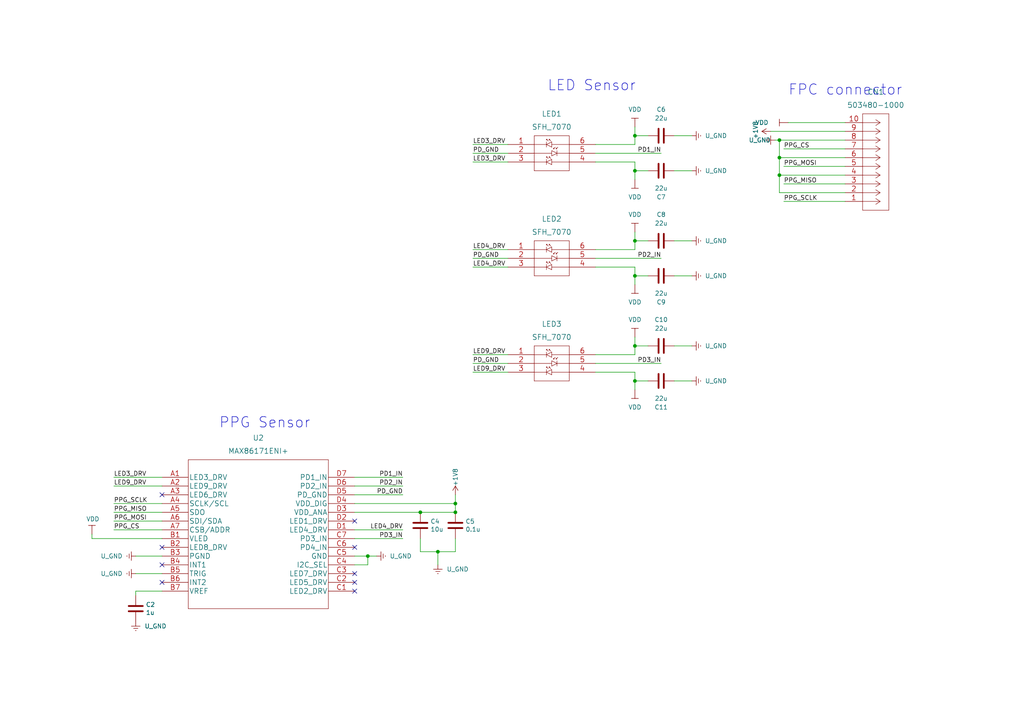
<source format=kicad_sch>
(kicad_sch (version 20211123) (generator eeschema)
  (paper "A4")
  (lib_symbols
    (symbol "Device:C" (pin_numbers hide) (pin_names (offset 0.254))
      (property "Reference" "C" (at 0.635 2.54 0))
      (property "Value" "C" (at 0.635 -2.54 0))
      (symbol "C_0_1"
        (polyline (pts (xy -2.032 -0.762) (xy 2.032 -0.762)) (stroke (width 0.508)))
        (polyline (pts (xy -2.032 0.762) (xy 2.032 0.762)) (stroke (width 0.508)))
      )
      (symbol "C_1_1"
        (pin passive line (at 0 3.81 270) (length 2.794) (name "~") (number "1"))
        (pin passive line (at 0 -3.81 90) (length 2.794) (name "~") (number "2"))
      )
    )
    (symbol "User_library:503480-1000" (pin_names (offset 0.254) hide)
      (property "Reference" "CN" (at 7.62 5.08 0))
      (property "Value" "503480-1000" (at 8.89 -27.94 0))
      (symbol "503480-1000_1_1"
        (polyline (pts (xy 5.08 -25.4) (xy 12.7 -25.4)) (stroke (width 0.127)))
        (polyline (pts (xy 5.08 2.54) (xy 5.08 -25.4)) (stroke (width 0.127)))
        (polyline (pts (xy 10.16 -22.86) (xy 5.08 -22.86)) (stroke (width 0.127)))
        (polyline (pts (xy 10.16 -22.86) (xy 8.89 -23.6982)) (stroke (width 0.127)))
        (polyline (pts (xy 10.16 -22.86) (xy 8.89 -22.0218)) (stroke (width 0.127)))
        (polyline (pts (xy 10.16 -20.32) (xy 5.08 -20.32)) (stroke (width 0.127)))
        (polyline (pts (xy 10.16 -20.32) (xy 8.89 -21.1582)) (stroke (width 0.127)))
        (polyline (pts (xy 10.16 -20.32) (xy 8.89 -19.4818)) (stroke (width 0.127)))
        (polyline (pts (xy 10.16 -17.78) (xy 5.08 -17.78)) (stroke (width 0.127)))
        (polyline (pts (xy 10.16 -17.78) (xy 8.89 -18.6182)) (stroke (width 0.127)))
        (polyline (pts (xy 10.16 -17.78) (xy 8.89 -16.9418)) (stroke (width 0.127)))
        (polyline (pts (xy 10.16 -15.24) (xy 5.08 -15.24)) (stroke (width 0.127)))
        (polyline (pts (xy 10.16 -15.24) (xy 8.89 -16.0782)) (stroke (width 0.127)))
        (polyline (pts (xy 10.16 -15.24) (xy 8.89 -14.4018)) (stroke (width 0.127)))
        (polyline (pts (xy 10.16 -12.7) (xy 5.08 -12.7)) (stroke (width 0.127)))
        (polyline (pts (xy 10.16 -12.7) (xy 8.89 -13.5382)) (stroke (width 0.127)))
        (polyline (pts (xy 10.16 -12.7) (xy 8.89 -11.8618)) (stroke (width 0.127)))
        (polyline (pts (xy 10.16 -10.16) (xy 5.08 -10.16)) (stroke (width 0.127)))
        (polyline (pts (xy 10.16 -10.16) (xy 8.89 -10.9982)) (stroke (width 0.127)))
        (polyline (pts (xy 10.16 -10.16) (xy 8.89 -9.3218)) (stroke (width 0.127)))
        (polyline (pts (xy 10.16 -7.62) (xy 5.08 -7.62)) (stroke (width 0.127)))
        (polyline (pts (xy 10.16 -7.62) (xy 8.89 -8.4582)) (stroke (width 0.127)))
        (polyline (pts (xy 10.16 -7.62) (xy 8.89 -6.7818)) (stroke (width 0.127)))
        (polyline (pts (xy 10.16 -5.08) (xy 5.08 -5.08)) (stroke (width 0.127)))
        (polyline (pts (xy 10.16 -5.08) (xy 8.89 -5.9182)) (stroke (width 0.127)))
        (polyline (pts (xy 10.16 -5.08) (xy 8.89 -4.2418)) (stroke (width 0.127)))
        (polyline (pts (xy 10.16 -2.54) (xy 5.08 -2.54)) (stroke (width 0.127)))
        (polyline (pts (xy 10.16 -2.54) (xy 8.89 -3.3782)) (stroke (width 0.127)))
        (polyline (pts (xy 10.16 -2.54) (xy 8.89 -1.7018)) (stroke (width 0.127)))
        (polyline (pts (xy 10.16 0) (xy 5.08 0)) (stroke (width 0.127)))
        (polyline (pts (xy 10.16 0) (xy 8.89 -0.8382)) (stroke (width 0.127)))
        (polyline (pts (xy 10.16 0) (xy 8.89 0.8382)) (stroke (width 0.127)))
        (polyline (pts (xy 12.7 -25.4) (xy 12.7 2.54)) (stroke (width 0.127)))
        (polyline (pts (xy 12.7 2.54) (xy 5.08 2.54)) (stroke (width 0.127)))
        (pin bidirectional line (at 0 0 0) (length 5.08) (name "1") (number "1"))
        (pin bidirectional line (at 0 -22.86 0) (length 5.08) (name "10") (number "10"))
        (pin bidirectional line (at 0 -2.54 0) (length 5.08) (name "2") (number "2"))
        (pin bidirectional line (at 0 -5.08 0) (length 5.08) (name "3") (number "3"))
        (pin bidirectional line (at 0 -7.62 0) (length 5.08) (name "4") (number "4"))
        (pin bidirectional line (at 0 -10.16 0) (length 5.08) (name "5") (number "5"))
        (pin bidirectional line (at 0 -12.7 0) (length 5.08) (name "6") (number "6"))
        (pin bidirectional line (at 0 -15.24 0) (length 5.08) (name "7") (number "7"))
        (pin bidirectional line (at 0 -17.78 0) (length 5.08) (name "8") (number "8"))
        (pin bidirectional line (at 0 -20.32 0) (length 5.08) (name "9") (number "9"))
      )
    )
    (symbol "User_library:MAX86171ENI+" (pin_names (offset 0.254))
      (property "Reference" "U" (at 27.94 10.16 0))
      (property "Value" "MAX86171ENI+" (at 27.94 7.62 0))
      (symbol "MAX86171ENI+_1_1"
        (polyline (pts (xy 7.62 -38.1) (xy 48.26 -38.1)) (stroke (width 0.127)))
        (polyline (pts (xy 7.62 5.08) (xy 7.62 -38.1)) (stroke (width 0.127)))
        (polyline (pts (xy 48.26 -38.1) (xy 48.26 5.08)) (stroke (width 0.127)))
        (polyline (pts (xy 48.26 5.08) (xy 7.62 5.08)) (stroke (width 0.127)))
        (pin output line (at 0 0 0) (length 7.62) (name "LED3_DRV") (number "A1"))
        (pin output line (at 0 -2.54 0) (length 7.62) (name "LED9_DRV") (number "A2"))
        (pin output line (at 0 -5.08 0) (length 7.62) (name "LED6_DRV") (number "A3"))
        (pin unspecified line (at 0 -7.62 0) (length 7.62) (name "SCLK/SCL") (number "A4"))
        (pin output line (at 0 -10.16 0) (length 7.62) (name "SDO") (number "A5"))
        (pin input line (at 0 -12.7 0) (length 7.62) (name "SDI/SDA") (number "A6"))
        (pin input line (at 0 -15.24 0) (length 7.62) (name "CSB/ADDR") (number "A7"))
        (pin input line (at 0 -17.78 0) (length 7.62) (name "VLED") (number "B1"))
        (pin output line (at 0 -20.32 0) (length 7.62) (name "LED8_DRV") (number "B2"))
        (pin power_in line (at 0 -22.86 0) (length 7.62) (name "PGND") (number "B3"))
        (pin output line (at 0 -25.4 0) (length 7.62) (name "INT1") (number "B4"))
        (pin input line (at 0 -27.94 0) (length 7.62) (name "TRIG") (number "B5"))
        (pin output line (at 0 -30.48 0) (length 7.62) (name "INT2") (number "B6"))
        (pin unspecified line (at 0 -33.02 0) (length 7.62) (name "VREF") (number "B7"))
        (pin output line (at 55.88 -33.02 180) (length 7.62) (name "LED2_DRV") (number "C1"))
        (pin output line (at 55.88 -30.48 180) (length 7.62) (name "LED5_DRV") (number "C2"))
        (pin output line (at 55.88 -27.94 180) (length 7.62) (name "LED7_DRV") (number "C3"))
        (pin input line (at 55.88 -25.4 180) (length 7.62) (name "I2C_SEL") (number "C4"))
        (pin power_in line (at 55.88 -22.86 180) (length 7.62) (name "GND") (number "C5"))
        (pin input line (at 55.88 -20.32 180) (length 7.62) (name "PD4_IN") (number "C6"))
        (pin input line (at 55.88 -17.78 180) (length 7.62) (name "PD3_IN") (number "C7"))
        (pin output line (at 55.88 -15.24 180) (length 7.62) (name "LED4_DRV") (number "D1"))
        (pin output line (at 55.88 -12.7 180) (length 7.62) (name "LED1_DRV") (number "D2"))
        (pin power_in line (at 55.88 -10.16 180) (length 7.62) (name "VDD_ANA") (number "D3"))
        (pin power_in line (at 55.88 -7.62 180) (length 7.62) (name "VDD_DIG") (number "D4"))
        (pin unspecified line (at 55.88 -5.08 180) (length 7.62) (name "PD_GND") (number "D5"))
        (pin input line (at 55.88 -2.54 180) (length 7.62) (name "PD2_IN") (number "D6"))
        (pin input line (at 55.88 0 180) (length 7.62) (name "PD1_IN") (number "D7"))
      )
    )
    (symbol "User_library:SFH_7070" (pin_names (offset 0.254) hide)
      (property "Reference" "LED" (at 12.7 7.62 0))
      (property "Value" "SFH_7070" (at 12.7 5.08 0))
      (symbol "SFH_7070_1_1"
        (polyline (pts (xy 7.62 -7.62) (xy 17.78 -7.62)) (stroke (width 0.127)))
        (polyline (pts (xy 7.62 2.54) (xy 7.62 -7.62)) (stroke (width 0.127)))
        (polyline (pts (xy 11.176 -5.842) (xy 11.176 -4.318)) (stroke (width 0.127)))
        (polyline (pts (xy 11.176 -5.08) (xy 7.62 -5.08)) (stroke (width 0.127)))
        (polyline (pts (xy 11.176 -5.08) (xy 12.7 -5.842)) (stroke (width 0.127)))
        (polyline (pts (xy 11.176 -3.556) (xy 11.176 -3.81)) (stroke (width 0.127)))
        (polyline (pts (xy 11.176 -3.556) (xy 11.684 -4.064)) (stroke (width 0.127)))
        (polyline (pts (xy 11.176 -0.762) (xy 11.176 0.762)) (stroke (width 0.127)))
        (polyline (pts (xy 11.176 0) (xy 7.62 0)) (stroke (width 0.127)))
        (polyline (pts (xy 11.176 0) (xy 12.7 -0.762)) (stroke (width 0.127)))
        (polyline (pts (xy 11.176 1.524) (xy 11.176 1.27)) (stroke (width 0.127)))
        (polyline (pts (xy 11.176 1.524) (xy 11.684 1.016)) (stroke (width 0.127)))
        (polyline (pts (xy 11.43 -3.556) (xy 11.176 -3.556)) (stroke (width 0.127)))
        (polyline (pts (xy 11.43 1.524) (xy 11.176 1.524)) (stroke (width 0.127)))
        (polyline (pts (xy 11.938 -3.556) (xy 11.938 -3.81)) (stroke (width 0.127)))
        (polyline (pts (xy 11.938 -3.556) (xy 12.192 -3.556)) (stroke (width 0.127)))
        (polyline (pts (xy 11.938 1.524) (xy 11.938 1.27)) (stroke (width 0.127)))
        (polyline (pts (xy 11.938 1.524) (xy 12.192 1.524)) (stroke (width 0.127)))
        (polyline (pts (xy 12.446 -4.064) (xy 11.938 -3.556)) (stroke (width 0.127)))
        (polyline (pts (xy 12.446 1.016) (xy 11.938 1.524)) (stroke (width 0.127)))
        (polyline (pts (xy 12.7 -5.842) (xy 12.7 -4.318)) (stroke (width 0.127)))
        (polyline (pts (xy 12.7 -5.08) (xy 17.78 -5.08)) (stroke (width 0.127)))
        (polyline (pts (xy 12.7 -4.318) (xy 11.176 -5.08)) (stroke (width 0.127)))
        (polyline (pts (xy 12.7 -3.302) (xy 12.7 -1.778)) (stroke (width 0.127)))
        (polyline (pts (xy 12.7 -2.54) (xy 7.62 -2.54)) (stroke (width 0.127)))
        (polyline (pts (xy 12.7 -1.778) (xy 14.224 -2.54)) (stroke (width 0.127)))
        (polyline (pts (xy 12.7 -0.762) (xy 12.7 0.762)) (stroke (width 0.127)))
        (polyline (pts (xy 12.7 0) (xy 17.78 0)) (stroke (width 0.127)))
        (polyline (pts (xy 12.7 0.762) (xy 11.176 0)) (stroke (width 0.127)))
        (polyline (pts (xy 13.208 -1.27) (xy 13.208 -1.016)) (stroke (width 0.127)))
        (polyline (pts (xy 13.208 -1.27) (xy 13.716 -0.762)) (stroke (width 0.127)))
        (polyline (pts (xy 13.462 -1.27) (xy 13.208 -1.27)) (stroke (width 0.127)))
        (polyline (pts (xy 13.97 -1.27) (xy 13.97 -1.016)) (stroke (width 0.127)))
        (polyline (pts (xy 13.97 -1.27) (xy 14.224 -1.27)) (stroke (width 0.127)))
        (polyline (pts (xy 14.224 -3.302) (xy 14.224 -1.778)) (stroke (width 0.127)))
        (polyline (pts (xy 14.224 -2.54) (xy 12.7 -3.302)) (stroke (width 0.127)))
        (polyline (pts (xy 14.224 -2.54) (xy 17.78 -2.54)) (stroke (width 0.127)))
        (polyline (pts (xy 14.478 -0.762) (xy 13.97 -1.27)) (stroke (width 0.127)))
        (polyline (pts (xy 17.78 -7.62) (xy 17.78 2.54)) (stroke (width 0.127)))
        (polyline (pts (xy 17.78 2.54) (xy 7.62 2.54)) (stroke (width 0.127)))
        (pin unspecified line (at 0 0 0) (length 7.62) (name "1") (number "1"))
        (pin unspecified line (at 0 -2.54 0) (length 7.62) (name "2") (number "2"))
        (pin unspecified line (at 0 -5.08 0) (length 7.62) (name "3") (number "3"))
        (pin unspecified line (at 25.4 -5.08 180) (length 7.62) (name "4") (number "4"))
        (pin unspecified line (at 25.4 -2.54 180) (length 7.62) (name "5") (number "5"))
        (pin unspecified line (at 25.4 0 180) (length 7.62) (name "6") (number "6"))
      )
    )
    (symbol "User_power:GND" (power) (pin_names (offset 0))
      (property "Value" "GND" (at 0 -3.81 0))
      (symbol "GND_0_1"
        (polyline (pts (xy -0.635 -1.905) (xy 0.635 -1.905)))
        (polyline (pts (xy -0.127 -2.54) (xy 0.127 -2.54)))
        (polyline (pts (xy 0 -1.27) (xy 0 0)))
        (polyline (pts (xy 1.27 -1.27) (xy -1.27 -1.27)))
      )
      (symbol "GND_1_1"
        (pin power_in line (at 0 0 270) (length 0) hide (name "U_GND") (number "1"))
      )
    )
    (symbol "power:+1V8" (power) (pin_names (offset 0))
      (property "Value" "+1V8" (at 0 3.556 0))
      (symbol "+1V8_0_1"
        (polyline (pts (xy -0.762 1.27) (xy 0 2.54)))
        (polyline (pts (xy 0 0) (xy 0 2.54)))
        (polyline (pts (xy 0 2.54) (xy 0.762 1.27)))
      )
      (symbol "+1V8_1_1"
        (pin power_in line (at 0 0 90) (length 0) hide (name "+1V8") (number "1"))
      )
    )
    (symbol "sensor_V1-rescue:VPP_3.3V-User_power" (power) (pin_names (offset 0))
      (property "Value" "VPP_3.3V-User_power" (at 0 3.81 0))
      (symbol "VPP_3.3V-User_power_0_1"
        (polyline (pts (xy -1.016 2.54) (xy 0 2.54)))
        (polyline (pts (xy 0 0) (xy 0 2.54)))
        (polyline (pts (xy 0 2.54) (xy 1.016 2.54)))
      )
      (symbol "VPP_3.3V-User_power_1_1"
        (pin power_in line (at 0 0 90) (length 0) hide (name "VDD") (number "1"))
      )
    )
  )
  (junction (at 132.08 146.05))
  (junction (at 184.15 110.49))
  (junction (at 184.15 100.33))
  (junction (at 226.06 45.72))
  (junction (at 106.68 161.29))
  (junction (at 184.15 39.37))
  (junction (at 184.15 69.85))
  (junction (at 121.92 148.59))
  (junction (at 184.15 80.01))
  (junction (at 226.06 40.64))
  (junction (at 184.15 49.53))
  (junction (at 127 160.02))
  (junction (at 132.08 148.59))
  (junction (at 226.06 50.8))
  (no_connect (at 46.99 168.91))
  (no_connect (at 46.99 163.83))
  (no_connect (at 102.87 151.13))
  (no_connect (at 102.87 171.45))
  (no_connect (at 102.87 166.37))
  (no_connect (at 102.87 158.75))
  (no_connect (at 46.99 143.51))
  (no_connect (at 102.87 168.91))
  (no_connect (at 46.99 158.75))
  (wire (pts (xy 184.15 100.33) (xy 187.96 100.33)))
  (wire (pts (xy 172.72 44.45) (xy 191.77 44.45)))
  (wire (pts (xy 226.06 45.72) (xy 245.11 45.72)))
  (wire (pts (xy 172.72 107.95) (xy 184.15 107.95)))
  (wire (pts (xy 39.37 171.45) (xy 39.37 172.72)))
  (wire (pts (xy 137.16 44.45) (xy 147.32 44.45)))
  (wire (pts (xy 226.06 45.72) (xy 226.06 40.64)))
  (wire (pts (xy 226.06 40.64) (xy 245.11 40.64)))
  (wire (pts (xy 172.72 72.39) (xy 184.15 72.39)))
  (wire (pts (xy 102.87 140.97) (xy 116.84 140.97)))
  (wire (pts (xy 195.58 69.85) (xy 200.66 69.85)))
  (wire (pts (xy 172.72 102.87) (xy 184.15 102.87)))
  (wire (pts (xy 184.15 39.37) (xy 187.96 39.37)))
  (wire (pts (xy 227.33 48.26) (xy 245.11 48.26)))
  (wire (pts (xy 102.87 163.83) (xy 106.68 163.83)))
  (wire (pts (xy 137.16 74.93) (xy 147.32 74.93)))
  (wire (pts (xy 226.06 55.88) (xy 245.11 55.88)))
  (wire (pts (xy 226.06 55.88) (xy 226.06 50.8)))
  (wire (pts (xy 137.16 41.91) (xy 147.32 41.91)))
  (wire (pts (xy 195.58 110.49) (xy 200.66 110.49)))
  (wire (pts (xy 227.33 58.42) (xy 245.11 58.42)))
  (wire (pts (xy 137.16 72.39) (xy 147.32 72.39)))
  (wire (pts (xy 46.99 171.45) (xy 39.37 171.45)))
  (wire (pts (xy 184.15 100.33) (xy 184.15 102.87)))
  (wire (pts (xy 228.6 35.56) (xy 245.11 35.56)))
  (wire (pts (xy 184.15 97.79) (xy 184.15 100.33)))
  (wire (pts (xy 137.16 46.99) (xy 147.32 46.99)))
  (wire (pts (xy 184.15 113.03) (xy 184.15 110.49)))
  (wire (pts (xy 184.15 39.37) (xy 184.15 41.91)))
  (wire (pts (xy 172.72 74.93) (xy 191.77 74.93)))
  (wire (pts (xy 195.58 80.01) (xy 200.66 80.01)))
  (wire (pts (xy 33.02 153.67) (xy 46.99 153.67)))
  (wire (pts (xy 106.68 163.83) (xy 106.68 161.29)))
  (wire (pts (xy 26.67 156.21) (xy 46.99 156.21)))
  (wire (pts (xy 46.99 161.29) (xy 39.37 161.29)))
  (wire (pts (xy 121.92 156.21) (xy 121.92 160.02)))
  (wire (pts (xy 227.33 53.34) (xy 245.11 53.34)))
  (wire (pts (xy 172.72 41.91) (xy 184.15 41.91)))
  (wire (pts (xy 102.87 146.05) (xy 132.08 146.05)))
  (wire (pts (xy 137.16 77.47) (xy 147.32 77.47)))
  (wire (pts (xy 102.87 148.59) (xy 121.92 148.59)))
  (wire (pts (xy 33.02 140.97) (xy 46.99 140.97)))
  (wire (pts (xy 184.15 82.55) (xy 184.15 80.01)))
  (wire (pts (xy 132.08 143.51) (xy 132.08 146.05)))
  (wire (pts (xy 102.87 161.29) (xy 106.68 161.29)))
  (wire (pts (xy 137.16 105.41) (xy 147.32 105.41)))
  (wire (pts (xy 132.08 156.21) (xy 132.08 160.02)))
  (wire (pts (xy 121.92 160.02) (xy 127 160.02)))
  (wire (pts (xy 33.02 146.05) (xy 46.99 146.05)))
  (wire (pts (xy 184.15 67.31) (xy 184.15 69.85)))
  (wire (pts (xy 195.58 49.53) (xy 200.66 49.53)))
  (wire (pts (xy 33.02 151.13) (xy 46.99 151.13)))
  (wire (pts (xy 102.87 156.21) (xy 116.84 156.21)))
  (wire (pts (xy 132.08 146.05) (xy 132.08 148.59)))
  (wire (pts (xy 184.15 49.53) (xy 184.15 46.99)))
  (wire (pts (xy 102.87 143.51) (xy 116.84 143.51)))
  (wire (pts (xy 33.02 148.59) (xy 46.99 148.59)))
  (wire (pts (xy 172.72 46.99) (xy 184.15 46.99)))
  (wire (pts (xy 195.58 100.33) (xy 200.66 100.33)))
  (wire (pts (xy 172.72 105.41) (xy 191.77 105.41)))
  (wire (pts (xy 137.16 107.95) (xy 147.32 107.95)))
  (wire (pts (xy 226.06 50.8) (xy 245.11 50.8)))
  (wire (pts (xy 172.72 77.47) (xy 184.15 77.47)))
  (wire (pts (xy 223.52 38.1) (xy 245.11 38.1)))
  (wire (pts (xy 184.15 80.01) (xy 184.15 77.47)))
  (wire (pts (xy 226.06 50.8) (xy 226.06 45.72)))
  (wire (pts (xy 137.16 102.87) (xy 147.32 102.87)))
  (wire (pts (xy 102.87 153.67) (xy 116.84 153.67)))
  (wire (pts (xy 227.33 43.18) (xy 245.11 43.18)))
  (wire (pts (xy 33.02 138.43) (xy 46.99 138.43)))
  (wire (pts (xy 184.15 110.49) (xy 184.15 107.95)))
  (wire (pts (xy 184.15 69.85) (xy 187.96 69.85)))
  (wire (pts (xy 106.68 161.29) (xy 109.22 161.29)))
  (wire (pts (xy 121.92 148.59) (xy 132.08 148.59)))
  (wire (pts (xy 102.87 138.43) (xy 116.84 138.43)))
  (wire (pts (xy 26.67 156.21) (xy 26.67 154.94)))
  (wire (pts (xy 184.15 52.07) (xy 184.15 49.53)))
  (wire (pts (xy 224.79 40.64) (xy 226.06 40.64)))
  (wire (pts (xy 127 160.02) (xy 127 163.83)))
  (wire (pts (xy 39.37 166.37) (xy 46.99 166.37)))
  (wire (pts (xy 184.15 36.83) (xy 184.15 39.37)))
  (wire (pts (xy 184.15 69.85) (xy 184.15 72.39)))
  (wire (pts (xy 184.15 49.53) (xy 187.96 49.53)))
  (wire (pts (xy 184.15 110.49) (xy 187.96 110.49)))
  (wire (pts (xy 184.15 80.01) (xy 187.96 80.01)))
  (wire (pts (xy 127 160.02) (xy 132.08 160.02)))
  (wire (pts (xy 195.58 39.37) (xy 200.66 39.37)))
  (text "PPG Sensor" (at 63.5 124.46 0) (effects (font (size 3 3)) (justify left bottom)))
  (text "LED Sensor" (at 158.75 26.67 0) (effects (font (size 3 3)) (justify left bottom)))
  (text "FPC connector" (at 228.6 27.94 0) (effects (font (size 3 3)) (justify left bottom)))
  (label "LED4_DRV" (at 116.84 153.67 180))
  (label "PPG_MISO" (at 33.02 148.59 0))
  (label "PD_GND" (at 137.16 74.93 0))
  (label "LED3_DRV" (at 137.16 46.99 0))
  (label "PD1_IN" (at 116.84 138.43 180))
  (label "PD1_IN" (at 191.77 44.45 180))
  (label "LED9_DRV" (at 137.16 102.87 0))
  (label "PD_GND" (at 137.16 44.45 0))
  (label "PD3_IN" (at 191.77 105.41 180))
  (label "PD3_IN" (at 116.84 156.21 180))
  (label "LED4_DRV" (at 137.16 77.47 0))
  (label "PD_GND" (at 137.16 105.41 0))
  (label "PPG_SCLK" (at 227.33 58.42 0))
  (label "LED9_DRV" (at 33.02 140.97 0))
  (label "LED3_DRV" (at 137.16 41.91 0))
  (label "PD_GND" (at 116.84 143.51 180))
  (label "PPG_SCLK" (at 33.02 146.05 0))
  (label "LED3_DRV" (at 33.02 138.43 0))
  (label "PPG_MOSI" (at 33.02 151.13 0))
  (label "PPG_CS" (at 33.02 153.67 0))
  (label "LED4_DRV" (at 137.16 72.39 0))
  (label "PPG_MISO" (at 227.33 53.34 0))
  (label "LED9_DRV" (at 137.16 107.95 0))
  (label "PPG_MOSI" (at 227.33 48.26 0))
  (label "PPG_CS" (at 227.33 43.18 0))
  (label "PD2_IN" (at 116.84 140.97 180))
  (label "PD2_IN" (at 191.77 74.93 180))
  (symbol (lib_id "User_power:GND") (at 200.66 100.33 90) (unit 1)
    (property "Reference" "#PWR0114" (effects hide))
    (property "Value" "GND" (at 204.47 100.3299 90) (effects (justify right)))
  )
  (symbol (lib_id "User_power:GND") (at 200.66 69.85 90) (unit 1)
    (property "Reference" "#PWR0116" (effects hide))
    (property "Value" "GND" (at 204.47 69.8499 90) (effects (justify right)))
  )
  (symbol (lib_id "User_power:GND") (at 127 163.83 0) (unit 1)
    (property "Reference" "#PWR014" (effects hide))
    (property "Value" "GND" (at 129.54 165.0999 0) (effects (justify left)))
  )
  (symbol (lib_id "User_power:GND") (at 200.66 110.49 90) (unit 1)
    (property "Reference" "#PWR0115" (effects hide))
    (property "Value" "GND" (at 204.47 110.4899 90) (effects (justify right)))
  )
  (symbol (lib_id "sensor_V1-rescue:VPP_3.3V-User_power") (at 184.15 82.55 180) (unit 1)
    (property "Reference" "#PWR0109" (effects hide))
    (property "Value" "VPP_3.3V" (at 184.15 87.63 0))
  )
  (symbol (lib_id "User_library:SFH_7070") (at 147.32 41.91 0) (unit 1)
    (property "Reference" "LED1" (at 160.02 33.02 0) (effects (font (size 1.524 1.524))))
    (property "Value" "SFH_7070" (at 160.02 36.83 0) (effects (font (size 1.524 1.524))))
    (property "Footprint" "User_library:SFH7070" (effects hide))
  )
  (symbol (lib_id "User_power:GND") (at 109.22 161.29 90) (unit 1)
    (property "Reference" "#PWR012" (effects hide))
    (property "Value" "GND" (at 113.03 161.2899 90) (effects (justify right)))
  )
  (symbol (lib_id "User_power:GND") (at 39.37 166.37 270) (unit 1)
    (property "Reference" "#PWR0104" (effects hide))
    (property "Value" "GND" (at 35.56 166.37 90) (effects (justify right)))
  )
  (symbol (lib_id "User_power:GND") (at 224.79 40.64 270) (unit 1)
    (property "Reference" "#PWR?" (effects hide))
    (property "Value" "GND" (at 217.17 40.64 90) (effects (justify left)))
  )
  (symbol (lib_id "Device:C") (at 191.77 69.85 90) (unit 1)
    (property "Reference" "C8" (at 191.77 62.23 90))
    (property "Value" "22u" (at 191.77 64.77 90))
    (property "Footprint" "User_library:UL_C_0402_1005Metric" (effects hide))
  )
  (symbol (lib_id "Device:C") (at 191.77 110.49 90) (mirror x) (unit 1)
    (property "Reference" "C11" (at 191.77 118.11 90))
    (property "Value" "22u" (at 191.77 115.57 90))
    (property "Footprint" "User_library:UL_C_0402_1005Metric" (effects hide))
  )
  (symbol (lib_id "User_power:GND") (at 39.37 161.29 270) (unit 1)
    (property "Reference" "#PWR05" (effects hide))
    (property "Value" "GND" (at 35.56 161.29 90) (effects (justify right)))
  )
  (symbol (lib_id "power:+1V8") (at 132.08 143.51 0) (unit 1)
    (property "Reference" "#PWR015" (effects hide))
    (property "Value" "+1V8" (at 132.08 138.43 90))
  )
  (symbol (lib_id "User_power:GND") (at 200.66 80.01 90) (unit 1)
    (property "Reference" "#PWR0113" (effects hide))
    (property "Value" "GND" (at 204.47 80.0099 90) (effects (justify right)))
  )
  (symbol (lib_id "sensor_V1-rescue:VPP_3.3V-User_power") (at 184.15 36.83 0) (unit 1)
    (property "Reference" "#PWR0107" (effects hide))
    (property "Value" "VPP_3.3V" (at 184.15 31.75 0))
  )
  (symbol (lib_id "power:+1V8") (at 223.52 38.1 90) (unit 1)
    (property "Reference" "#PWR?" (effects hide))
    (property "Value" "+1V8" (at 219.1258 37.719 0))
  )
  (symbol (lib_id "sensor_V1-rescue:VPP_3.3V-User_power") (at 184.15 52.07 180) (unit 1)
    (property "Reference" "#PWR0108" (effects hide))
    (property "Value" "VPP_3.3V" (at 184.15 57.15 0))
  )
  (symbol (lib_id "Device:C") (at 121.92 152.4 0) (unit 1)
    (property "Reference" "C4" (at 124.841 151.2316 0) (effects (justify left)))
    (property "Value" "10u" (at 124.841 153.543 0) (effects (justify left)))
    (property "Footprint" "User_library:UL_C_0402_1005Metric" (effects hide))
  )
  (symbol (lib_id "sensor_V1-rescue:VPP_3.3V-User_power") (at 184.15 97.79 0) (unit 1)
    (property "Reference" "#PWR0110" (effects hide))
    (property "Value" "VPP_3.3V" (at 184.15 92.71 0))
  )
  (symbol (lib_id "Device:C") (at 191.77 39.37 90) (unit 1)
    (property "Reference" "C6" (at 191.77 31.75 90))
    (property "Value" "22u" (at 191.77 34.29 90))
    (property "Footprint" "User_library:UL_C_0402_1005Metric" (effects hide))
  )
  (symbol (lib_id "sensor_V1-rescue:VPP_3.3V-User_power") (at 184.15 113.03 180) (unit 1)
    (property "Reference" "#PWR0111" (effects hide))
    (property "Value" "VPP_3.3V" (at 184.15 118.11 0))
  )
  (symbol (lib_id "sensor_V1-rescue:VPP_3.3V-User_power") (at 26.67 154.94 0) (unit 1)
    (property "Reference" "#PWR01" (effects hide))
    (property "Value" "VPP_3.3V" (at 26.924 150.5458 0))
  )
  (symbol (lib_id "Device:C") (at 39.37 176.53 0) (unit 1)
    (property "Reference" "C2" (at 42.291 175.3616 0) (effects (justify left)))
    (property "Value" "1u" (at 42.291 177.673 0) (effects (justify left)))
    (property "Footprint" "User_library:UL_C_0402_1005Metric" (effects hide))
  )
  (symbol (lib_id "User_library:MAX86171ENI+") (at 46.99 138.43 0) (unit 1)
    (property "Reference" "U2" (at 74.93 127 0) (effects (font (size 1.524 1.524))))
    (property "Value" "MAX86171ENI+" (at 74.93 130.81 0) (effects (font (size 1.524 1.524))))
    (property "Footprint" "User_library:MAX86171ENI&plus_" (effects hide))
  )
  (symbol (lib_id "User_library:SFH_7070") (at 147.32 72.39 0) (unit 1)
    (property "Reference" "LED2" (at 160.02 63.5 0) (effects (font (size 1.524 1.524))))
    (property "Value" "SFH_7070" (at 160.02 67.31 0) (effects (font (size 1.524 1.524))))
    (property "Footprint" "User_library:SFH7070" (effects hide))
  )
  (symbol (lib_id "User_power:GND") (at 39.37 180.34 0) (unit 1)
    (property "Reference" "#PWR06" (effects hide))
    (property "Value" "GND" (at 41.91 181.6099 0) (effects (justify left)))
  )
  (symbol (lib_id "sensor_V1-rescue:VPP_3.3V-User_power") (at 184.15 67.31 0) (unit 1)
    (property "Reference" "#PWR0112" (effects hide))
    (property "Value" "VPP_3.3V" (at 184.15 62.23 0))
  )
  (symbol (lib_id "Device:C") (at 191.77 100.33 90) (unit 1)
    (property "Reference" "C10" (at 191.77 92.71 90))
    (property "Value" "22u" (at 191.77 95.25 90))
    (property "Footprint" "User_library:UL_C_0402_1005Metric" (effects hide))
  )
  (symbol (lib_id "User_power:GND") (at 200.66 39.37 90) (unit 1)
    (property "Reference" "#PWR0117" (effects hide))
    (property "Value" "GND" (at 204.47 39.3699 90) (effects (justify right)))
  )
  (symbol (lib_id "sensor_V1-rescue:VPP_3.3V-User_power") (at 228.6 35.56 90) (unit 1)
    (property "Reference" "#PWR?" (effects hide))
    (property "Value" "VPP_3.3V" (at 220.98 35.56 90))
  )
  (symbol (lib_id "User_power:GND") (at 200.66 49.53 90) (unit 1)
    (property "Reference" "#PWR0118" (effects hide))
    (property "Value" "GND" (at 204.47 49.5299 90) (effects (justify right)))
  )
  (symbol (lib_id "User_library:SFH_7070") (at 147.32 102.87 0) (unit 1)
    (property "Reference" "LED3" (at 160.02 93.98 0) (effects (font (size 1.524 1.524))))
    (property "Value" "SFH_7070" (at 160.02 97.79 0) (effects (font (size 1.524 1.524))))
    (property "Footprint" "User_library:SFH7070" (effects hide))
  )
  (symbol (lib_id "User_library:503480-1000") (at 245.11 58.42 0) (mirror x) (unit 1)
    (property "Reference" "CN1" (at 254 26.67 0) (effects (font (size 1.524 1.524))))
    (property "Value" "503480-1000" (at 254 30.48 0) (effects (font (size 1.524 1.524))))
    (property "Footprint" "User_library:503480-1000" (effects hide))
  )
  (symbol (lib_id "Device:C") (at 132.08 152.4 0) (unit 1)
    (property "Reference" "C5" (at 135.001 151.2316 0) (effects (justify left)))
    (property "Value" "0.1u" (at 135.001 153.543 0) (effects (justify left)))
    (property "Footprint" "User_library:UL_C_0402_1005Metric" (effects hide))
  )
  (symbol (lib_id "Device:C") (at 191.77 49.53 90) (mirror x) (unit 1)
    (property "Reference" "C7" (at 191.77 57.15 90))
    (property "Value" "22u" (at 191.77 54.61 90))
    (property "Footprint" "User_library:UL_C_0402_1005Metric" (effects hide))
  )
  (symbol (lib_id "Device:C") (at 191.77 80.01 90) (mirror x) (unit 1)
    (property "Reference" "C9" (at 191.77 87.63 90))
    (property "Value" "22u" (at 191.77 85.09 90))
    (property "Footprint" "User_library:UL_C_0402_1005Metric" (effects hide))
  )
)
</source>
